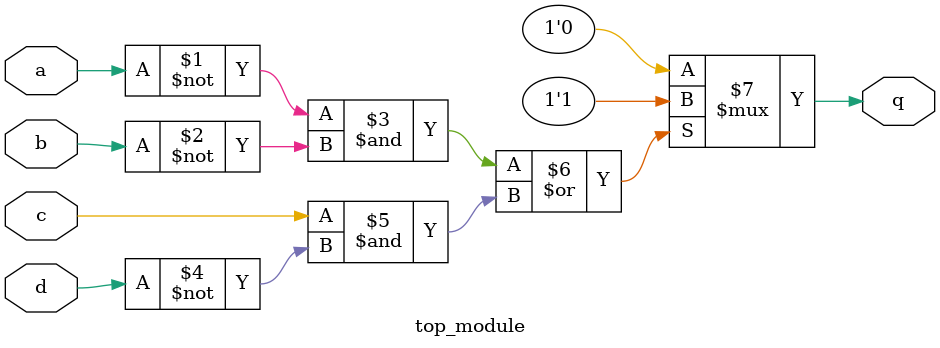
<source format=sv>
module top_module (
  input a,
  input b,
  input c,
  input d,
  output q
);
  
  // The circuit implementation
  assign q = ((~a & ~b) | (c & ~d)) ? 1'b1 : 1'b0;
  
endmodule

</source>
